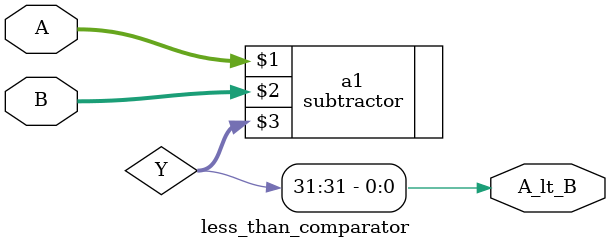
<source format=v>

`timescale 1ns / 1ps

module less_than_comparator #(parameter N=32) (A, B, A_lt_B);

    input [N-1:0] A, B;
    output wire A_lt_B;

    wire [N-1:0] Y;

    subtractor #(N) a1(A, B, Y);
    assign A_lt_B = Y[N-1];

endmodule


</source>
